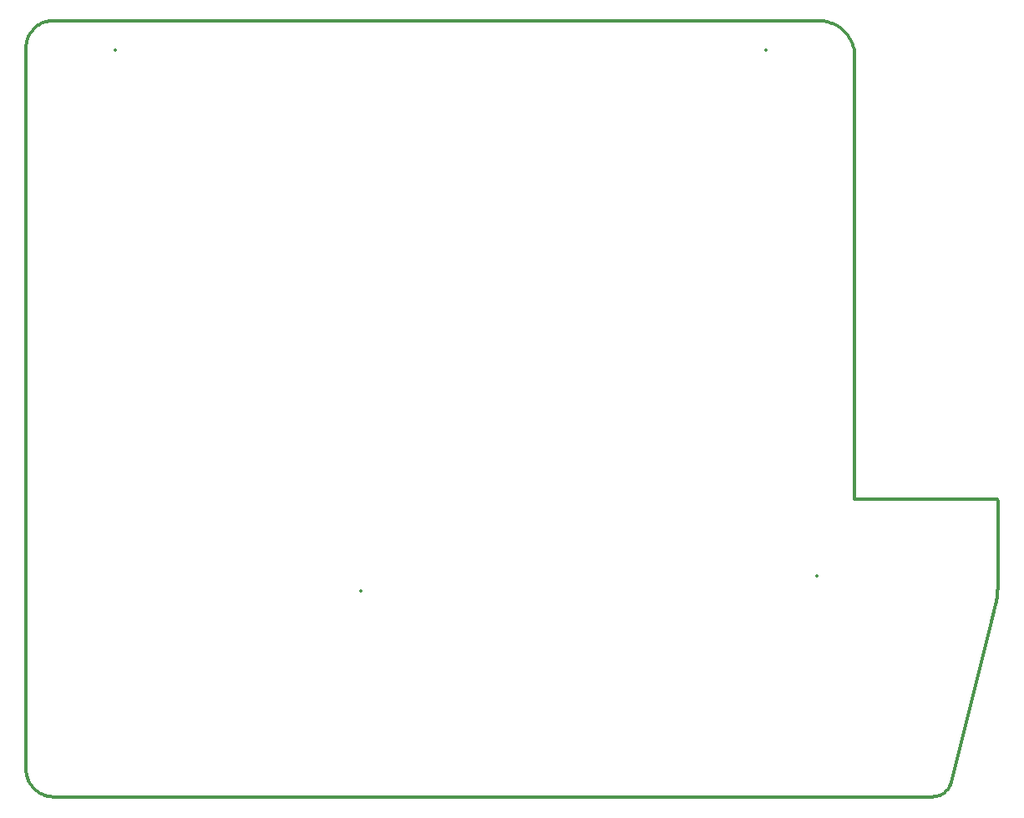
<source format=gtl>
%TF.GenerationSoftware,KiCad,Pcbnew,(6.0.6)*%
%TF.CreationDate,2022-09-02T08:17:19+09:00*%
%TF.ProjectId,split-mini-bottom,73706c69-742d-46d6-996e-692d626f7474,rev?*%
%TF.SameCoordinates,Original*%
%TF.FileFunction,Copper,L1,Top*%
%TF.FilePolarity,Positive*%
%FSLAX46Y46*%
G04 Gerber Fmt 4.6, Leading zero omitted, Abs format (unit mm)*
G04 Created by KiCad (PCBNEW (6.0.6)) date 2022-09-02 08:17:19*
%MOMM*%
%LPD*%
G01*
G04 APERTURE LIST*
%TA.AperFunction,Profile*%
%ADD10C,0.349999*%
%TD*%
%ADD11C,0.350000*%
G04 APERTURE END LIST*
D10*
X14780401Y-18578385D02*
X14732187Y-18700673D01*
X107991810Y-94873409D02*
X108087317Y-94740105D01*
X112896823Y-65424635D02*
X112885225Y-65421340D01*
X98210503Y-18990315D02*
X98130320Y-18833759D01*
X97948452Y-18534392D02*
X97847223Y-18392038D01*
X96820421Y-17459222D02*
X96668372Y-17371794D01*
X15268316Y-17815929D02*
X15183682Y-17913642D01*
X112836720Y-65413958D02*
X112824143Y-65413638D01*
X16213406Y-17145251D02*
X16094126Y-17199185D01*
X15485415Y-94919840D02*
X15589743Y-95009711D01*
X15809899Y-95172677D02*
X15925270Y-95245584D01*
X15589743Y-95009711D02*
X15697981Y-95094021D01*
X15450994Y-17633234D02*
X15357477Y-17722403D01*
X107375451Y-95396875D02*
X107514993Y-95313006D01*
X112960793Y-65455393D02*
X112950877Y-65449035D01*
X112930104Y-65437751D02*
X112919278Y-65432856D01*
X95669432Y-17007325D02*
X95490630Y-16975392D01*
X108210073Y-94524731D02*
X108245187Y-94449090D01*
X112849133Y-65414903D02*
X112836720Y-65413958D01*
X97110090Y-17654897D02*
X96967737Y-17553666D01*
X106756106Y-95612478D02*
X106837995Y-95596706D01*
X94937684Y-16933550D02*
X17261574Y-16933550D01*
X96511816Y-17291610D02*
X96350983Y-17218897D01*
X107647071Y-95218200D02*
X107771015Y-95112981D01*
X113068543Y-74296435D02*
X113068543Y-74296435D01*
X107771015Y-95112981D02*
X107886153Y-94997876D01*
X16545903Y-95520564D02*
X16677186Y-95556986D01*
X15037015Y-94399857D02*
X15115680Y-94511769D01*
X112844742Y-76119097D02*
X112844742Y-76119097D01*
X98042894Y-18681709D02*
X97948452Y-18534392D01*
X112885225Y-65421340D02*
X112873401Y-65418610D01*
X15357477Y-17722403D02*
X15268316Y-17815929D01*
X113012737Y-65502594D02*
X113005055Y-65493726D01*
X98405308Y-19484738D02*
X98348225Y-19316033D01*
X106589336Y-95633784D02*
X106673192Y-95624859D01*
X14964100Y-94284491D02*
X15037015Y-94399857D01*
X113012384Y-75214608D02*
X113036924Y-74985949D01*
X95308920Y-16952300D02*
X95124528Y-16938277D01*
X17356812Y-95641024D02*
X17356812Y-95641024D01*
X14897028Y-94165902D02*
X14964100Y-94284491D01*
X15200000Y-94620000D02*
X15289879Y-94724321D01*
X112861365Y-65416459D02*
X112849133Y-65414903D01*
X113068543Y-74296435D02*
X113068543Y-65658038D01*
X14835895Y-94044317D02*
X14897028Y-94165902D01*
X14568551Y-92852954D02*
X14571977Y-92991216D01*
X108331943Y-94211539D02*
X108354386Y-94129031D01*
X113053714Y-65574017D02*
X113049338Y-65562920D01*
X15650424Y-17468643D02*
X15548700Y-17548591D01*
X14568795Y-19626572D02*
X14568795Y-19626572D01*
X113005055Y-65493726D02*
X112996963Y-65485238D01*
X16718874Y-16988305D02*
X16588593Y-17018384D01*
X97247252Y-17762686D02*
X97110090Y-17654897D01*
X14731824Y-93793074D02*
X14780796Y-93919965D01*
X16851481Y-16964613D02*
X16718874Y-16988305D01*
X15865252Y-17323509D02*
X15755998Y-17393559D01*
X113036924Y-74985949D02*
X113054477Y-74756594D01*
X15115680Y-94511769D02*
X15200000Y-94620000D01*
X17356812Y-95641024D02*
X106419137Y-95641001D01*
X16043864Y-95312647D02*
X16165452Y-95373771D01*
X112897036Y-75894817D02*
X112942420Y-75669202D01*
X16810321Y-95586997D02*
X16945080Y-95610500D01*
X14732187Y-18700673D02*
X14689853Y-18825796D01*
X106504623Y-95639186D02*
X106589336Y-95633784D01*
X106673192Y-95624859D02*
X106756106Y-95612478D01*
X107886153Y-94997876D02*
X107991810Y-94873409D01*
X94937684Y-16933550D02*
X94937684Y-16933550D01*
X14571977Y-92991216D02*
X14582194Y-93128539D01*
X113067281Y-65633054D02*
X113065727Y-65620825D01*
X98568543Y-65413607D02*
X98568543Y-65413607D01*
X108245187Y-94449090D02*
X108277260Y-94371634D01*
X113057556Y-65585372D02*
X113053714Y-65574017D01*
X113065727Y-65620825D02*
X113063578Y-65608791D01*
X17261574Y-16933550D02*
X17123000Y-16937066D01*
X15697981Y-95094021D02*
X15809899Y-95172677D01*
X113019992Y-65511826D02*
X113012737Y-65502594D01*
X112226159Y-78600116D02*
X112844742Y-76119097D01*
X97378996Y-17876807D02*
X97247252Y-17762686D01*
X14834325Y-18459099D02*
X14780401Y-18578385D01*
X113068543Y-65658038D02*
X113068543Y-65658038D01*
X98130320Y-18833759D02*
X98042894Y-18681709D01*
X16289808Y-95428861D02*
X16416701Y-95477824D01*
X14780796Y-93919965D02*
X14835895Y-94044317D01*
X15385224Y-94824504D02*
X15385224Y-94824504D01*
X106419137Y-95641001D02*
X106419137Y-95641001D01*
X107076671Y-95529702D02*
X107229120Y-95469282D01*
X97625315Y-18123130D02*
X97505093Y-17997031D01*
X113033162Y-65531324D02*
X113026806Y-65521408D01*
X15103743Y-18015374D02*
X15028669Y-18120954D01*
X96668372Y-17371794D02*
X96511816Y-17291610D01*
X112942420Y-75669202D02*
X112980876Y-75442413D01*
X97505093Y-17997031D02*
X97378996Y-17876807D01*
X98563819Y-20377603D02*
X98549797Y-20193212D01*
X113039047Y-65541558D02*
X113033162Y-65531324D01*
X14689074Y-93663873D02*
X14731824Y-93793074D01*
X15978018Y-17258661D02*
X15865252Y-17323509D01*
X14568551Y-92852954D02*
X14568551Y-92852954D01*
X95845096Y-17047870D02*
X95669432Y-17007325D01*
X112844742Y-76119097D02*
X112897036Y-75894817D01*
X14568795Y-19626572D02*
X14568551Y-92852954D01*
X17123000Y-16937066D02*
X16986246Y-16947477D01*
X108306207Y-94292428D02*
X108331943Y-94211539D01*
X112988475Y-65477145D02*
X112979608Y-65469463D01*
X14652642Y-93532590D02*
X14689074Y-93663873D01*
X14689853Y-18825796D02*
X14653568Y-18953583D01*
X113060849Y-65596968D02*
X113057556Y-65585372D01*
X108087317Y-94740105D02*
X108172000Y-94598491D01*
X112873401Y-65418610D02*
X112861365Y-65416459D01*
X16094126Y-17199185D02*
X15978018Y-17258661D01*
X113068225Y-65645463D02*
X113067281Y-65633054D01*
X96017394Y-17096799D02*
X95845096Y-17047870D01*
X96967737Y-17553666D02*
X96820421Y-17459222D01*
X15028669Y-18120954D02*
X14958628Y-18230215D01*
X17081233Y-95627403D02*
X17218554Y-95637609D01*
X14582697Y-19351243D02*
X14572298Y-19487998D01*
X95490630Y-16975392D02*
X95308920Y-16952300D01*
X14599821Y-19216476D02*
X14582697Y-19351243D01*
X112940642Y-65443149D02*
X112930104Y-65437751D01*
X112824143Y-65413638D02*
X112824143Y-65413638D01*
X106419137Y-95641001D02*
X106504623Y-95639186D01*
X98348225Y-19316033D02*
X98283214Y-19151149D01*
X112979608Y-65469463D02*
X112970375Y-65462207D01*
X16416701Y-95477824D02*
X16545903Y-95520564D01*
X107229120Y-95469282D02*
X107375451Y-95396875D01*
X98494777Y-19832701D02*
X98454235Y-19657037D01*
X112980876Y-75442413D02*
X113012384Y-75214608D01*
X113068543Y-65658038D02*
X113068225Y-65645463D01*
X108277260Y-94371634D02*
X108306207Y-94292428D01*
X14623501Y-19083866D02*
X14599821Y-19216476D01*
X107514993Y-95313006D02*
X107647071Y-95218200D01*
X14622621Y-93399455D02*
X14652642Y-93532590D01*
X112996963Y-65485238D02*
X112988475Y-65477145D01*
X113026806Y-65521408D02*
X113019992Y-65511826D01*
X15548700Y-17548591D02*
X15450994Y-17633234D01*
X112950877Y-65449035D02*
X112940642Y-65443149D01*
X113065023Y-74526703D02*
X113068543Y-74296435D01*
X15183682Y-17913642D02*
X15103743Y-18015374D01*
X14893791Y-18342986D02*
X14834325Y-18459099D01*
X16335690Y-17097026D02*
X16213406Y-17145251D01*
X15289879Y-94724321D02*
X15385224Y-94824504D01*
X112970375Y-65462207D02*
X112960793Y-65455393D01*
X106837995Y-95596706D02*
X106918775Y-95577609D01*
X97739435Y-18254875D02*
X97625315Y-18123130D01*
X113063578Y-65608791D02*
X113060849Y-65596968D01*
X98454235Y-19657037D02*
X98405308Y-19484738D01*
X98549797Y-20193212D02*
X98526708Y-20011502D01*
X15755998Y-17393559D02*
X15650424Y-17468643D01*
X16165452Y-95373771D02*
X16289808Y-95428861D01*
X98568543Y-20564447D02*
X98568543Y-20564447D01*
X17218554Y-95637609D02*
X17356812Y-95641024D01*
X16986246Y-16947477D02*
X16851481Y-16964613D01*
X98526708Y-20011502D02*
X98494777Y-19832701D01*
X112824143Y-65413638D02*
X98568543Y-65413607D01*
X98283214Y-19151149D02*
X98210503Y-18990315D01*
X113054477Y-74756594D02*
X113065023Y-74526703D01*
X108354386Y-94129031D02*
X108354386Y-94129031D01*
X98568543Y-20564447D02*
X98563819Y-20377603D01*
X113049338Y-65562920D02*
X113044444Y-65552095D01*
X108354386Y-94129031D02*
X112226159Y-78600116D01*
X14582194Y-93128539D02*
X14599107Y-93264695D01*
X14572298Y-19487998D02*
X14568795Y-19626572D01*
X16945080Y-95610500D02*
X17081233Y-95627403D01*
X16588593Y-17018384D02*
X16460809Y-17054681D01*
X14653568Y-18953583D02*
X14623501Y-19083866D01*
X108172000Y-94598491D02*
X108210073Y-94524731D01*
X96350983Y-17218897D02*
X96186099Y-17153884D01*
X96186099Y-17153884D02*
X96017394Y-17096799D01*
X95124528Y-16938277D02*
X94937684Y-16933550D01*
X16677186Y-95556986D02*
X16810321Y-95586997D01*
X15925270Y-95245584D02*
X16043864Y-95312647D01*
X106918775Y-95577609D02*
X107076671Y-95529702D01*
X97847223Y-18392038D02*
X97739435Y-18254875D01*
X98568543Y-65413607D02*
X98568543Y-20564447D01*
X14958628Y-18230215D02*
X14893791Y-18342986D01*
X113044444Y-65552095D02*
X113039047Y-65541558D01*
X14599107Y-93264695D02*
X14622621Y-93399455D01*
X112908179Y-65428479D02*
X112896823Y-65424635D01*
X15385224Y-94824504D02*
X15485415Y-94919840D01*
X16460809Y-17054681D02*
X16335690Y-17097026D01*
X112919278Y-65432856D02*
X112908179Y-65428479D01*
X112226159Y-78600116D02*
X112226159Y-78600116D01*
D11*
X48460000Y-74800000D03*
X23570000Y-19920000D03*
X94740000Y-73210000D03*
X89550000Y-19930000D03*
M02*

</source>
